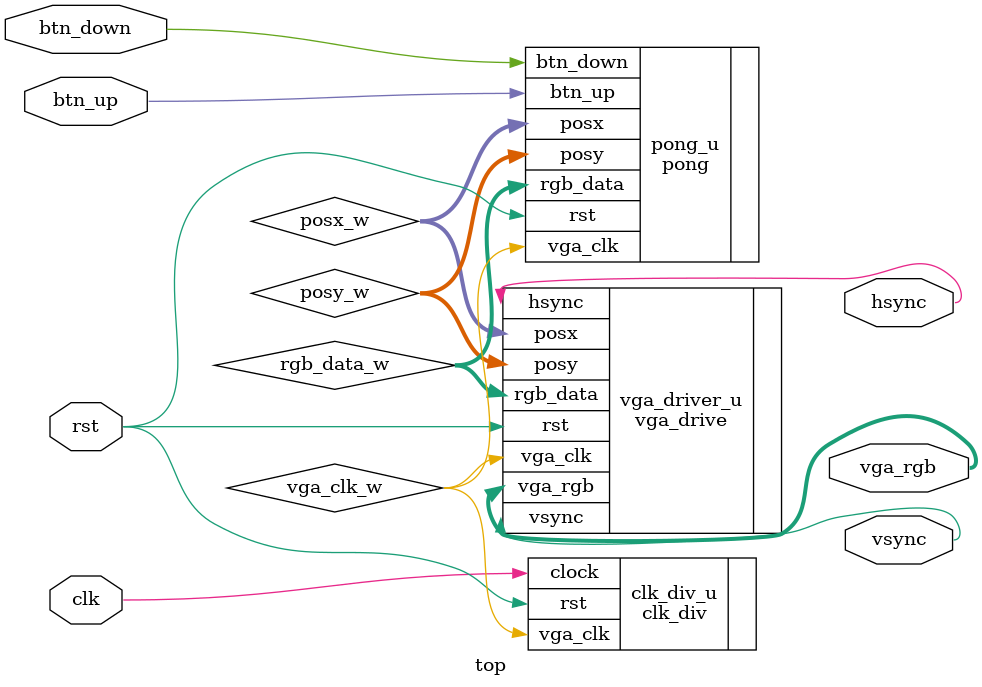
<source format=v>
module top(
    input clk, rst,
    input btn_up, btn_down,                     
    output hsync, vsync,
    output [2:0] vga_rgb
    ); 

wire vga_clk_w;
wire [2:0] rgb_data_w;
wire [9:0] posx_w;
wire [9:0] posy_w;

clk_div clk_div_u(  .clock(clk),
                    .rst(rst),
                    .vga_clk(vga_clk_w));

vga_drive vga_driver_u( .vga_clk (vga_clk_w),    
                        .rst (rst),
                        .hsync (hsync),
                        .vsync (vsync),
                        .vga_rgb (vga_rgb),
                        .rgb_data (rgb_data_w), 
                        .posx (posx_w), 
                        .posy (posy_w)); 
    
pong pong_u(.vga_clk (vga_clk_w),
            .rst (rst),
            .btn_up(btn_up),
            .btn_down(btn_down),
            .posx (posx_w),
            .posy (posy_w),
            .rgb_data (rgb_data_w));   
    
endmodule 
</source>
